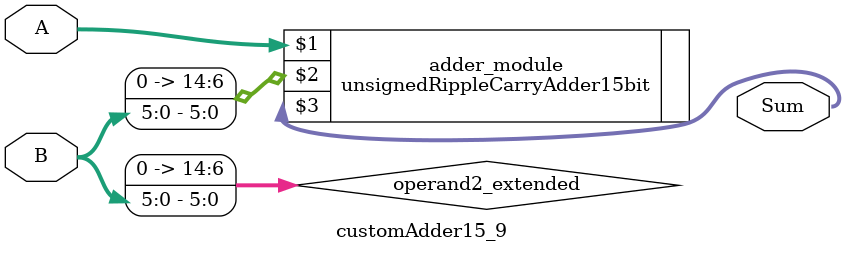
<source format=v>

module customAdder15_9(
                    input [14 : 0] A,
                    input [5 : 0] B,
                    
                    output [15 : 0] Sum
            );

    wire [14 : 0] operand2_extended;
    
    assign operand2_extended =  {9'b0, B};
    
    unsignedRippleCarryAdder15bit adder_module(
        A,
        operand2_extended,
        Sum
    );
    
endmodule
        
</source>
